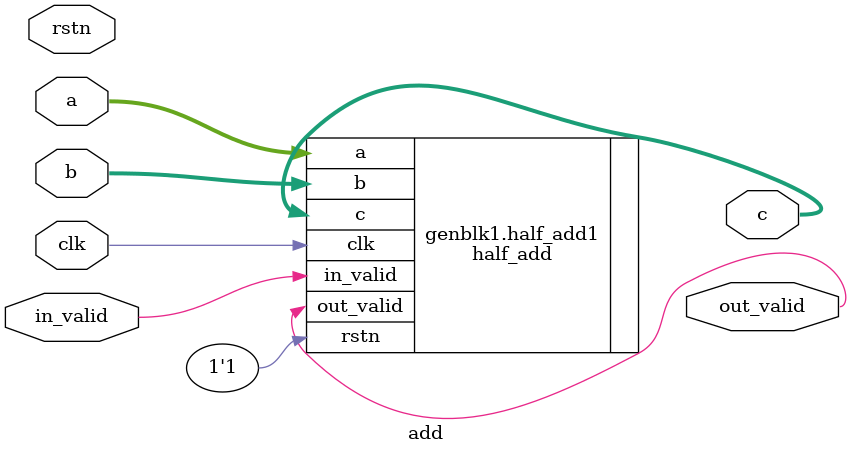
<source format=sv>
`timescale 1ns / 1ps


module add
#(parameter BITS = 16, PRECISION = "HALF")
(
input rstn,
input clk,
input in_valid,
input [BITS-1:0] a,
input [BITS-1:0] b,
output out_valid,
output [BITS-1:0] c
);

if (PRECISION == "HALF")
half_add half_add1
(
.rstn(1'b1),
.clk,
.in_valid,
.a(a),
.b(b),
.out_valid(out_valid),
.c(c)
);

if (PRECISION == "SINGLE")
single_add single_add1
(
.rstn(1'b1),
.clk,
.in_valid,
.a(a),
.b(b),
.out_valid(out_valid),
.c(c)
);

endmodule

</source>
